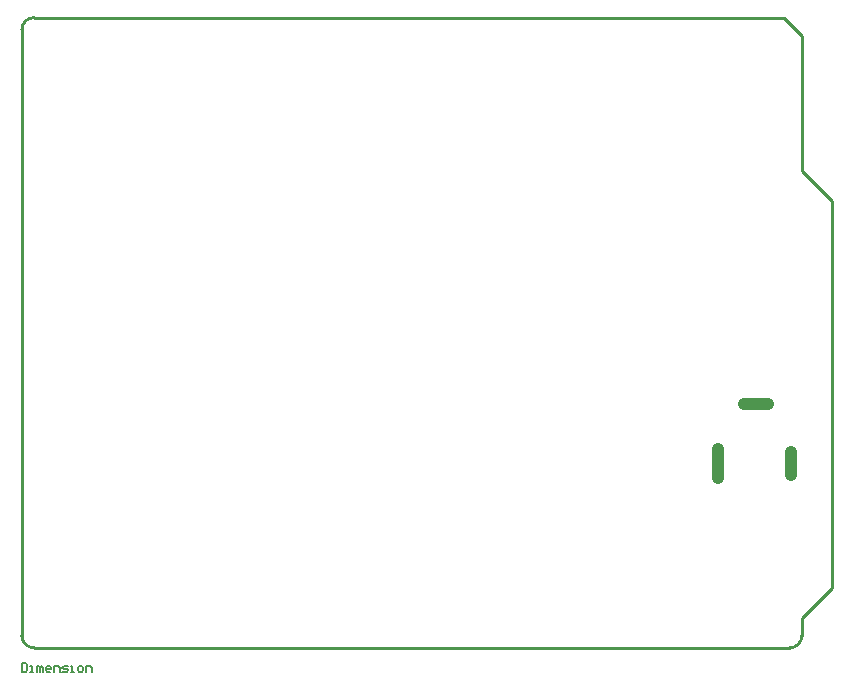
<source format=gm1>
%FSTAX25Y25*%
%MOIN*%
G70*
G01*
G75*
G04 Layer_Color=16711935*
%ADD10O,0.07087X0.01181*%
%ADD11O,0.01181X0.07087*%
%ADD12O,0.07284X0.01378*%
%ADD13R,0.08071X0.02756*%
%ADD14R,0.01772X0.02165*%
%ADD15R,0.03150X0.03150*%
%ADD16R,0.01575X0.02559*%
%ADD17R,0.02992X0.06299*%
%ADD18R,0.04528X0.06693*%
%ADD19R,0.02165X0.01772*%
%ADD20R,0.02756X0.03543*%
%ADD21R,0.03543X0.02756*%
%ADD22R,0.02047X0.02047*%
%ADD23R,0.02047X0.02047*%
%ADD24C,0.01000*%
%ADD25C,0.00700*%
%ADD26C,0.03000*%
%ADD27C,0.00591*%
%ADD28C,0.00669*%
%ADD29C,0.00500*%
%ADD30C,0.02000*%
%ADD31C,0.06000*%
%ADD32O,0.15748X0.07874*%
%ADD33O,0.07874X0.15748*%
%ADD34O,0.07874X0.17716*%
%ADD35R,0.05906X0.05906*%
%ADD36C,0.05906*%
%ADD37R,0.05906X0.05906*%
%ADD38P,0.06711X8X112.5*%
%ADD39O,0.05600X0.11200*%
%ADD40C,0.12600*%
%ADD41C,0.01969*%
%ADD42C,0.01600*%
%ADD43C,0.02800*%
%ADD44C,0.01595*%
%ADD45C,0.05000*%
%ADD46C,0.04000*%
%ADD47R,0.70200X0.25400*%
%ADD48C,0.07550*%
%ADD49O,0.15811X0.07937*%
%ADD50O,0.07937X0.15811*%
%ADD51O,0.07937X0.17779*%
%ADD52C,0.07543*%
G04:AMPARAMS|DCode=53|XSize=95.433mil|YSize=95.433mil|CornerRadius=0mil|HoleSize=0mil|Usage=FLASHONLY|Rotation=0.000|XOffset=0mil|YOffset=0mil|HoleType=Round|Shape=Relief|Width=10mil|Gap=10mil|Entries=4|*
%AMTHD53*
7,0,0,0.09543,0.07543,0.01000,45*
%
%ADD53THD53*%
%ADD54C,0.07800*%
%ADD55C,0.07400*%
%ADD56C,0.16600*%
G04:AMPARAMS|DCode=57|XSize=95.5mil|YSize=95.5mil|CornerRadius=0mil|HoleSize=0mil|Usage=FLASHONLY|Rotation=0.000|XOffset=0mil|YOffset=0mil|HoleType=Round|Shape=Relief|Width=10mil|Gap=10mil|Entries=4|*
%AMTHD57*
7,0,0,0.09550,0.07550,0.01000,45*
%
%ADD57THD57*%
G04:AMPARAMS|DCode=58|XSize=70mil|YSize=70mil|CornerRadius=0mil|HoleSize=0mil|Usage=FLASHONLY|Rotation=0.000|XOffset=0mil|YOffset=0mil|HoleType=Round|Shape=Relief|Width=10mil|Gap=10mil|Entries=4|*
%AMTHD58*
7,0,0,0.07000,0.05000,0.01000,45*
%
%ADD58THD58*%
%ADD59C,0.05600*%
%ADD60C,0.06800*%
%AMTHOVALD61*
21,1,0.07874,0.09937,0,0,180.0*
1,1,0.09937,0.03937,0.00000*
1,1,0.09937,-0.03937,0.00000*
21,0,0.07874,0.07937,0,0,180.0*
1,0,0.07937,0.03937,0.00000*
1,0,0.07937,-0.03937,0.00000*
4,0,4,0.03583,0.00354,0.07097,0.03867,0.07804,0.03160,0.04291,-0.00354,0.03583,0.00354,0.0*
4,0,4,-0.04291,0.00354,-0.07804,-0.03160,-0.07097,-0.03867,-0.03583,-0.00354,-0.04291,0.00354,0.0*
4,0,4,0.04291,0.00354,0.07804,-0.03160,0.07097,-0.03867,0.03583,-0.00354,0.04291,0.00354,0.0*
4,0,4,-0.03583,0.00354,-0.07097,0.03867,-0.07804,0.03160,-0.04291,-0.00354,-0.03583,0.00354,0.0*
%
%ADD61THOVALD61*%

%AMTHOVALD62*
21,1,0.07874,0.09937,0,0,270.0*
1,1,0.09937,0.00000,0.03937*
1,1,0.09937,0.00000,-0.03937*
21,0,0.07874,0.07937,0,0,270.0*
1,0,0.07937,0.00000,0.03937*
1,0,0.07937,0.00000,-0.03937*
4,0,4,-0.00354,0.03583,-0.03867,0.07097,-0.03160,0.07804,0.00354,0.04291,-0.00354,0.03583,0.0*
4,0,4,-0.00354,-0.04291,0.03160,-0.07804,0.03867,-0.07097,0.00354,-0.03583,-0.00354,-0.04291,0.0*
4,0,4,-0.00354,0.04291,0.03160,0.07804,0.03867,0.07097,0.00354,0.03583,-0.00354,0.04291,0.0*
4,0,4,-0.00354,-0.03583,-0.03867,-0.07097,-0.03160,-0.07804,0.00354,-0.04291,-0.00354,-0.03583,0.0*
%
%ADD62THOVALD62*%

G04:AMPARAMS|DCode=63|XSize=98mil|YSize=98mil|CornerRadius=0mil|HoleSize=0mil|Usage=FLASHONLY|Rotation=0.000|XOffset=0mil|YOffset=0mil|HoleType=Round|Shape=Relief|Width=10mil|Gap=10mil|Entries=4|*
%AMTHD63*
7,0,0,0.09800,0.07800,0.01000,45*
%
%ADD63THD63*%
G04:AMPARAMS|DCode=64|XSize=94mil|YSize=94mil|CornerRadius=0mil|HoleSize=0mil|Usage=FLASHONLY|Rotation=0.000|XOffset=0mil|YOffset=0mil|HoleType=Round|Shape=Relief|Width=10mil|Gap=10mil|Entries=4|*
%AMTHD64*
7,0,0,0.09400,0.07400,0.01000,45*
%
%ADD64THD64*%
G04:AMPARAMS|DCode=65|XSize=76mil|YSize=76mil|CornerRadius=0mil|HoleSize=0mil|Usage=FLASHONLY|Rotation=0.000|XOffset=0mil|YOffset=0mil|HoleType=Round|Shape=Relief|Width=10mil|Gap=10mil|Entries=4|*
%AMTHD65*
7,0,0,0.07600,0.05600,0.01000,45*
%
%ADD65THD65*%
G04:AMPARAMS|DCode=66|XSize=88mil|YSize=88mil|CornerRadius=0mil|HoleSize=0mil|Usage=FLASHONLY|Rotation=0.000|XOffset=0mil|YOffset=0mil|HoleType=Round|Shape=Relief|Width=10mil|Gap=10mil|Entries=4|*
%AMTHD66*
7,0,0,0.08800,0.06800,0.01000,45*
%
%ADD66THD66*%
%ADD67O,0.01378X0.04724*%
%ADD68R,0.07480X0.03150*%
%ADD69R,0.07480X0.12205*%
%ADD70R,0.06299X0.02559*%
%ADD71R,0.08661X0.11811*%
%ADD72R,0.01969X0.01181*%
%ADD73C,0.01181*%
%ADD74R,0.03543X0.04724*%
%ADD75R,0.06693X0.06614*%
%ADD76R,0.08661X0.07874*%
%ADD77C,0.05000*%
%ADD78C,0.01300*%
%ADD79C,0.01500*%
%ADD80R,0.29232X0.31693*%
%ADD81C,0.02362*%
%ADD82C,0.00984*%
%ADD83C,0.02165*%
%ADD84C,0.00787*%
%ADD85C,0.00600*%
%ADD86C,0.01200*%
%ADD87C,0.00400*%
%ADD88C,0.00394*%
%ADD89R,0.03937X0.02953*%
%ADD90O,0.07487X0.01581*%
%ADD91O,0.01581X0.07487*%
%ADD92O,0.07684X0.01778*%
%ADD93R,0.08471X0.03156*%
%ADD94R,0.02172X0.02565*%
%ADD95R,0.03550X0.03550*%
%ADD96R,0.01975X0.02959*%
%ADD97R,0.03392X0.06699*%
%ADD98R,0.04928X0.07093*%
%ADD99R,0.02565X0.02172*%
%ADD100R,0.03156X0.03943*%
%ADD101R,0.03943X0.03156*%
%ADD102R,0.02447X0.02447*%
%ADD103R,0.02447X0.02447*%
%ADD104O,0.07287X0.01381*%
%ADD105O,0.01381X0.07287*%
%ADD106O,0.07484X0.01578*%
%ADD107R,0.08271X0.02956*%
%ADD108R,0.01972X0.02365*%
%ADD109R,0.03350X0.03350*%
%ADD110R,0.01775X0.02759*%
%ADD111R,0.03192X0.06499*%
%ADD112R,0.04728X0.06893*%
%ADD113R,0.02365X0.01972*%
%ADD114R,0.02956X0.03743*%
%ADD115R,0.03743X0.02956*%
%ADD116R,0.02247X0.02247*%
%ADD117R,0.02247X0.02247*%
%ADD118C,0.06200*%
%ADD119O,0.15948X0.08074*%
%ADD120O,0.08074X0.15948*%
%ADD121O,0.08074X0.17916*%
%ADD122R,0.06106X0.06106*%
%ADD123C,0.06106*%
%ADD124R,0.06106X0.06106*%
%ADD125P,0.06927X8X112.5*%
%ADD126O,0.05800X0.11400*%
%ADD127C,0.12800*%
%ADD128C,0.02169*%
%ADD129C,0.01800*%
%ADD130C,0.03000*%
%ADD131C,0.05200*%
%ADD132O,0.01578X0.04924*%
%ADD133R,0.07680X0.03350*%
%ADD134R,0.07680X0.12405*%
%ADD135R,0.06499X0.02759*%
%ADD136R,0.09061X0.12211*%
%ADD137R,0.02369X0.01581*%
%ADD138C,0.01381*%
%ADD139R,0.03743X0.04924*%
%ADD140R,0.06893X0.06814*%
%ADD141R,0.08861X0.08074*%
%ADD142R,0.01969X0.01181*%
%ADD143R,0.03347X0.04921*%
%ADD144O,0.01778X0.05124*%
%ADD145R,0.07880X0.03550*%
%ADD146R,0.07880X0.12605*%
%ADD147R,0.06699X0.02959*%
%ADD148C,0.01581*%
%ADD149R,0.03943X0.05124*%
%ADD150R,0.07093X0.07014*%
%ADD151R,0.09061X0.08274*%
%ADD152C,0.03937*%
D24*
X0104Y031D02*
G03*
X01Y03061I-000005J-000395D01*
G01*
X03561Y01D02*
G03*
X036Y0104I-000005J000395D01*
G01*
X01D02*
G03*
X0104Y01I0004J0D01*
G01*
X0354Y031D02*
X036Y0304D01*
Y0259D02*
X037Y0249D01*
Y012D02*
Y0249D01*
X036Y011D02*
X037Y012D01*
X036Y0104D02*
Y011D01*
X0104Y01D02*
X03561D01*
X01Y0104D02*
Y03061D01*
X0104Y031D02*
X0354D01*
X036Y0259D02*
Y0304D01*
D29*
X01Y0094768D02*
Y0091969D01*
X01014D01*
X0101866Y0092435D01*
Y0094301D01*
X01014Y0094768D01*
X01D01*
X0102799Y0091969D02*
X0103732D01*
X0103266D01*
Y0093835D01*
X0102799D01*
X0105132Y0091969D02*
Y0093835D01*
X0105598D01*
X0106065Y0093368D01*
Y0091969D01*
Y0093368D01*
X0106531Y0093835D01*
X0106998Y0093368D01*
Y0091969D01*
X010933D02*
X0108397D01*
X0107931Y0092435D01*
Y0093368D01*
X0108397Y0093835D01*
X010933D01*
X0109797Y0093368D01*
Y0092901D01*
X0107931D01*
X011073Y0091969D02*
Y0093835D01*
X0112129D01*
X0112596Y0093368D01*
Y0091969D01*
X0113529D02*
X0114928D01*
X0115395Y0092435D01*
X0114928Y0092901D01*
X0113996D01*
X0113529Y0093368D01*
X0113996Y0093835D01*
X0115395D01*
X0116328Y0091969D02*
X0117261D01*
X0116795D01*
Y0093835D01*
X0116328D01*
X0119127Y0091969D02*
X012006D01*
X0120527Y0092435D01*
Y0093368D01*
X012006Y0093835D01*
X0119127D01*
X0118661Y0093368D01*
Y0092435D01*
X0119127Y0091969D01*
X012146D02*
Y0093835D01*
X0122859D01*
X0123326Y0093368D01*
Y0091969D01*
D152*
X0332063Y0156479D02*
Y0166321D01*
X0340724Y0181085D02*
X0348598D01*
X0356472Y0157463D02*
Y0165337D01*
M02*

</source>
